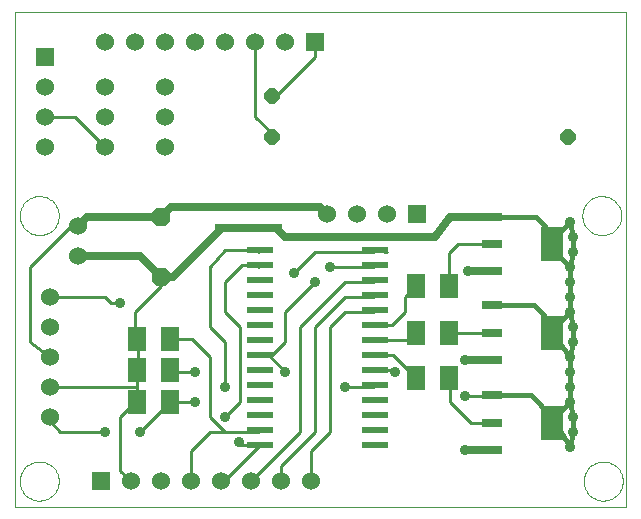
<source format=gtl>
G75*
G70*
%OFA0B0*%
%FSLAX24Y24*%
%IPPOS*%
%LPD*%
%AMOC8*
5,1,8,0,0,1.08239X$1,22.5*
%
%ADD10C,0.0000*%
%ADD11R,0.0866X0.0236*%
%ADD12R,0.0709X0.0315*%
%ADD13R,0.0728X0.1181*%
%ADD14R,0.0630X0.0787*%
%ADD15OC8,0.0630*%
%ADD16R,0.0472X0.0315*%
%ADD17C,0.0600*%
%ADD18R,0.0600X0.0600*%
%ADD19OC8,0.0515*%
%ADD20C,0.0250*%
%ADD21C,0.0100*%
%ADD22C,0.0150*%
%ADD23C,0.0360*%
D10*
X000433Y000383D02*
X000433Y016879D01*
X020803Y016879D01*
X020803Y000383D01*
X000433Y000383D01*
X000583Y001233D02*
X000585Y001283D01*
X000591Y001333D01*
X000601Y001383D01*
X000614Y001431D01*
X000631Y001479D01*
X000652Y001525D01*
X000676Y001569D01*
X000704Y001611D01*
X000735Y001651D01*
X000769Y001688D01*
X000806Y001723D01*
X000845Y001754D01*
X000886Y001783D01*
X000930Y001808D01*
X000976Y001830D01*
X001023Y001848D01*
X001071Y001862D01*
X001120Y001873D01*
X001170Y001880D01*
X001220Y001883D01*
X001271Y001882D01*
X001321Y001877D01*
X001371Y001868D01*
X001419Y001856D01*
X001467Y001839D01*
X001513Y001819D01*
X001558Y001796D01*
X001601Y001769D01*
X001641Y001739D01*
X001679Y001706D01*
X001714Y001670D01*
X001747Y001631D01*
X001776Y001590D01*
X001802Y001547D01*
X001825Y001502D01*
X001844Y001455D01*
X001859Y001407D01*
X001871Y001358D01*
X001879Y001308D01*
X001883Y001258D01*
X001883Y001208D01*
X001879Y001158D01*
X001871Y001108D01*
X001859Y001059D01*
X001844Y001011D01*
X001825Y000964D01*
X001802Y000919D01*
X001776Y000876D01*
X001747Y000835D01*
X001714Y000796D01*
X001679Y000760D01*
X001641Y000727D01*
X001601Y000697D01*
X001558Y000670D01*
X001513Y000647D01*
X001467Y000627D01*
X001419Y000610D01*
X001371Y000598D01*
X001321Y000589D01*
X001271Y000584D01*
X001220Y000583D01*
X001170Y000586D01*
X001120Y000593D01*
X001071Y000604D01*
X001023Y000618D01*
X000976Y000636D01*
X000930Y000658D01*
X000886Y000683D01*
X000845Y000712D01*
X000806Y000743D01*
X000769Y000778D01*
X000735Y000815D01*
X000704Y000855D01*
X000676Y000897D01*
X000652Y000941D01*
X000631Y000987D01*
X000614Y001035D01*
X000601Y001083D01*
X000591Y001133D01*
X000585Y001183D01*
X000583Y001233D01*
X000583Y010083D02*
X000585Y010133D01*
X000591Y010183D01*
X000601Y010233D01*
X000614Y010281D01*
X000631Y010329D01*
X000652Y010375D01*
X000676Y010419D01*
X000704Y010461D01*
X000735Y010501D01*
X000769Y010538D01*
X000806Y010573D01*
X000845Y010604D01*
X000886Y010633D01*
X000930Y010658D01*
X000976Y010680D01*
X001023Y010698D01*
X001071Y010712D01*
X001120Y010723D01*
X001170Y010730D01*
X001220Y010733D01*
X001271Y010732D01*
X001321Y010727D01*
X001371Y010718D01*
X001419Y010706D01*
X001467Y010689D01*
X001513Y010669D01*
X001558Y010646D01*
X001601Y010619D01*
X001641Y010589D01*
X001679Y010556D01*
X001714Y010520D01*
X001747Y010481D01*
X001776Y010440D01*
X001802Y010397D01*
X001825Y010352D01*
X001844Y010305D01*
X001859Y010257D01*
X001871Y010208D01*
X001879Y010158D01*
X001883Y010108D01*
X001883Y010058D01*
X001879Y010008D01*
X001871Y009958D01*
X001859Y009909D01*
X001844Y009861D01*
X001825Y009814D01*
X001802Y009769D01*
X001776Y009726D01*
X001747Y009685D01*
X001714Y009646D01*
X001679Y009610D01*
X001641Y009577D01*
X001601Y009547D01*
X001558Y009520D01*
X001513Y009497D01*
X001467Y009477D01*
X001419Y009460D01*
X001371Y009448D01*
X001321Y009439D01*
X001271Y009434D01*
X001220Y009433D01*
X001170Y009436D01*
X001120Y009443D01*
X001071Y009454D01*
X001023Y009468D01*
X000976Y009486D01*
X000930Y009508D01*
X000886Y009533D01*
X000845Y009562D01*
X000806Y009593D01*
X000769Y009628D01*
X000735Y009665D01*
X000704Y009705D01*
X000676Y009747D01*
X000652Y009791D01*
X000631Y009837D01*
X000614Y009885D01*
X000601Y009933D01*
X000591Y009983D01*
X000585Y010033D01*
X000583Y010083D01*
X019333Y010083D02*
X019335Y010133D01*
X019341Y010183D01*
X019351Y010233D01*
X019364Y010281D01*
X019381Y010329D01*
X019402Y010375D01*
X019426Y010419D01*
X019454Y010461D01*
X019485Y010501D01*
X019519Y010538D01*
X019556Y010573D01*
X019595Y010604D01*
X019636Y010633D01*
X019680Y010658D01*
X019726Y010680D01*
X019773Y010698D01*
X019821Y010712D01*
X019870Y010723D01*
X019920Y010730D01*
X019970Y010733D01*
X020021Y010732D01*
X020071Y010727D01*
X020121Y010718D01*
X020169Y010706D01*
X020217Y010689D01*
X020263Y010669D01*
X020308Y010646D01*
X020351Y010619D01*
X020391Y010589D01*
X020429Y010556D01*
X020464Y010520D01*
X020497Y010481D01*
X020526Y010440D01*
X020552Y010397D01*
X020575Y010352D01*
X020594Y010305D01*
X020609Y010257D01*
X020621Y010208D01*
X020629Y010158D01*
X020633Y010108D01*
X020633Y010058D01*
X020629Y010008D01*
X020621Y009958D01*
X020609Y009909D01*
X020594Y009861D01*
X020575Y009814D01*
X020552Y009769D01*
X020526Y009726D01*
X020497Y009685D01*
X020464Y009646D01*
X020429Y009610D01*
X020391Y009577D01*
X020351Y009547D01*
X020308Y009520D01*
X020263Y009497D01*
X020217Y009477D01*
X020169Y009460D01*
X020121Y009448D01*
X020071Y009439D01*
X020021Y009434D01*
X019970Y009433D01*
X019920Y009436D01*
X019870Y009443D01*
X019821Y009454D01*
X019773Y009468D01*
X019726Y009486D01*
X019680Y009508D01*
X019636Y009533D01*
X019595Y009562D01*
X019556Y009593D01*
X019519Y009628D01*
X019485Y009665D01*
X019454Y009705D01*
X019426Y009747D01*
X019402Y009791D01*
X019381Y009837D01*
X019364Y009885D01*
X019351Y009933D01*
X019341Y009983D01*
X019335Y010033D01*
X019333Y010083D01*
X019383Y001233D02*
X019385Y001283D01*
X019391Y001333D01*
X019401Y001383D01*
X019414Y001431D01*
X019431Y001479D01*
X019452Y001525D01*
X019476Y001569D01*
X019504Y001611D01*
X019535Y001651D01*
X019569Y001688D01*
X019606Y001723D01*
X019645Y001754D01*
X019686Y001783D01*
X019730Y001808D01*
X019776Y001830D01*
X019823Y001848D01*
X019871Y001862D01*
X019920Y001873D01*
X019970Y001880D01*
X020020Y001883D01*
X020071Y001882D01*
X020121Y001877D01*
X020171Y001868D01*
X020219Y001856D01*
X020267Y001839D01*
X020313Y001819D01*
X020358Y001796D01*
X020401Y001769D01*
X020441Y001739D01*
X020479Y001706D01*
X020514Y001670D01*
X020547Y001631D01*
X020576Y001590D01*
X020602Y001547D01*
X020625Y001502D01*
X020644Y001455D01*
X020659Y001407D01*
X020671Y001358D01*
X020679Y001308D01*
X020683Y001258D01*
X020683Y001208D01*
X020679Y001158D01*
X020671Y001108D01*
X020659Y001059D01*
X020644Y001011D01*
X020625Y000964D01*
X020602Y000919D01*
X020576Y000876D01*
X020547Y000835D01*
X020514Y000796D01*
X020479Y000760D01*
X020441Y000727D01*
X020401Y000697D01*
X020358Y000670D01*
X020313Y000647D01*
X020267Y000627D01*
X020219Y000610D01*
X020171Y000598D01*
X020121Y000589D01*
X020071Y000584D01*
X020020Y000583D01*
X019970Y000586D01*
X019920Y000593D01*
X019871Y000604D01*
X019823Y000618D01*
X019776Y000636D01*
X019730Y000658D01*
X019686Y000683D01*
X019645Y000712D01*
X019606Y000743D01*
X019569Y000778D01*
X019535Y000815D01*
X019504Y000855D01*
X019476Y000897D01*
X019452Y000941D01*
X019431Y000987D01*
X019414Y001035D01*
X019401Y001083D01*
X019391Y001133D01*
X019385Y001183D01*
X019383Y001233D01*
D11*
X012413Y002429D03*
X012413Y002941D03*
X012413Y003433D03*
X012413Y003945D03*
X012413Y004437D03*
X012413Y004929D03*
X012413Y005441D03*
X012413Y005933D03*
X012413Y006425D03*
X012413Y006937D03*
X012413Y007429D03*
X012413Y007921D03*
X012413Y008433D03*
X012413Y008925D03*
X008574Y008925D03*
X008574Y008433D03*
X008574Y007921D03*
X008574Y007429D03*
X008574Y006937D03*
X008574Y006425D03*
X008574Y005933D03*
X008574Y005441D03*
X008574Y004929D03*
X008574Y004437D03*
X008574Y003945D03*
X008574Y003433D03*
X008574Y002941D03*
X008574Y002429D03*
D12*
X016329Y002277D03*
X016333Y003183D03*
X016329Y004089D03*
X016329Y005277D03*
X016333Y006183D03*
X016329Y007089D03*
X016329Y008227D03*
X016333Y009133D03*
X016329Y010039D03*
D13*
X018333Y009133D03*
X018333Y006183D03*
X018333Y003183D03*
D14*
X014885Y004683D03*
X013782Y004683D03*
X013782Y006183D03*
X014885Y006183D03*
X014885Y007733D03*
X013782Y007733D03*
X005585Y005983D03*
X004482Y005983D03*
X004482Y004933D03*
X005585Y004933D03*
X005585Y003883D03*
X004482Y003883D03*
D15*
X005283Y008033D03*
X005283Y010033D03*
D16*
X007333Y009679D03*
X007333Y010387D03*
X008183Y010387D03*
X009083Y010387D03*
X009083Y009679D03*
X008183Y009679D03*
D17*
X010833Y010133D03*
X011833Y010133D03*
X012833Y010133D03*
X009433Y015883D03*
X008433Y015883D03*
X007433Y015883D03*
X006433Y015883D03*
X005433Y015883D03*
X004433Y015883D03*
X003433Y015883D03*
X003433Y014383D03*
X003433Y013383D03*
X003433Y012383D03*
X005433Y012383D03*
X005433Y013383D03*
X005433Y014383D03*
X001433Y014383D03*
X001433Y013383D03*
X001433Y012383D03*
X002533Y009733D03*
X002533Y008733D03*
X001583Y007383D03*
X001583Y006383D03*
X001583Y005383D03*
X001583Y004383D03*
X001583Y003383D03*
X004283Y001233D03*
X005283Y001233D03*
X006283Y001233D03*
X007283Y001233D03*
X008283Y001233D03*
X009283Y001233D03*
X010283Y001233D03*
D18*
X003283Y001233D03*
X013833Y010133D03*
X010433Y015883D03*
X001433Y015383D03*
D19*
X008992Y014072D03*
X008992Y012694D03*
X018855Y012714D03*
D20*
X016124Y010033D02*
X014933Y010033D01*
X014433Y009383D01*
X009433Y009383D01*
X009138Y009679D01*
X008913Y009663D02*
X008353Y009663D01*
X007953Y009663D02*
X007553Y009663D01*
X007333Y009679D02*
X005688Y008033D01*
X005283Y008033D01*
X004583Y008733D01*
X002533Y008733D01*
X002533Y009733D02*
X002833Y010033D01*
X005283Y010033D01*
X005638Y010387D01*
X007333Y010387D01*
X007553Y010383D02*
X007953Y010383D01*
X008353Y010383D02*
X008913Y010383D01*
X009083Y010387D02*
X010579Y010387D01*
X010833Y010133D01*
X015533Y008233D02*
X016274Y008233D01*
X016274Y005283D02*
X015433Y005283D01*
X015433Y002283D02*
X016274Y002283D01*
D21*
X016329Y002277D01*
X016333Y003183D02*
X015633Y003183D01*
X014933Y003883D01*
X014933Y004634D01*
X014885Y004683D01*
X015433Y004083D02*
X015833Y004083D01*
X016329Y004089D01*
X016329Y005277D02*
X016274Y005283D01*
X016333Y006183D02*
X014885Y006183D01*
X013782Y006183D02*
X013532Y005933D01*
X012413Y005933D01*
X012413Y005441D02*
X013024Y005441D01*
X013782Y004683D01*
X013083Y004883D02*
X012887Y004929D01*
X012413Y004929D01*
X012413Y004437D02*
X012359Y004383D01*
X011433Y004383D01*
X010933Y002883D02*
X010933Y006383D01*
X011433Y006883D01*
X012359Y006883D01*
X012413Y006937D01*
X012366Y007383D02*
X012413Y007429D01*
X012366Y007383D02*
X011433Y007383D01*
X010433Y006383D01*
X010433Y002883D01*
X009283Y001733D01*
X009283Y001233D01*
X008283Y001233D02*
X009933Y002883D01*
X009933Y006383D01*
X011433Y007883D01*
X012374Y007883D01*
X012413Y007921D01*
X012363Y008383D02*
X012413Y008433D01*
X012363Y008383D02*
X010933Y008383D01*
X010433Y007883D02*
X009433Y006883D01*
X009433Y005883D01*
X008991Y005441D01*
X008876Y005441D01*
X009433Y004883D01*
X008876Y005441D02*
X008574Y005441D01*
X007933Y006383D02*
X007433Y006883D01*
X007433Y007883D01*
X007983Y008433D01*
X008574Y008433D01*
X008524Y008383D01*
X008532Y008883D02*
X008574Y008925D01*
X007433Y008933D01*
X006933Y008383D01*
X006933Y006383D01*
X007433Y005883D01*
X007433Y004383D01*
X007933Y003883D02*
X007933Y006383D01*
X006933Y005383D02*
X006933Y003383D01*
X007433Y002883D01*
X008516Y002883D01*
X008574Y002941D01*
X008574Y002429D02*
X007979Y002429D01*
X007883Y002533D01*
X007433Y002883D02*
X006933Y002883D01*
X006283Y002233D01*
X006283Y001233D01*
X007283Y001233D02*
X007378Y001233D01*
X008574Y002429D01*
X007433Y003383D02*
X007933Y003883D01*
X006433Y003883D02*
X005585Y003883D01*
X004585Y002883D01*
X003933Y003383D02*
X003933Y001583D01*
X004283Y001233D01*
X003433Y002883D02*
X001933Y002883D01*
X001583Y003233D01*
X001583Y003383D01*
X001583Y004383D02*
X004482Y004383D01*
X004482Y004933D01*
X004513Y005263D01*
X004513Y005663D01*
X004482Y005983D01*
X004433Y006032D01*
X004433Y006883D01*
X005283Y007733D01*
X005283Y008033D01*
X003933Y007183D02*
X003633Y007183D01*
X003433Y007383D01*
X001583Y007383D01*
X000933Y008383D02*
X000933Y005883D01*
X001583Y005383D01*
X003933Y003383D02*
X004433Y003883D01*
X004482Y003883D01*
X004482Y004383D01*
X005585Y004933D02*
X005635Y004883D01*
X006433Y004883D01*
X006933Y005383D02*
X006333Y005983D01*
X005585Y005983D01*
X009733Y008183D02*
X010433Y008883D01*
X012370Y008883D01*
X012413Y008925D01*
X012833Y008863D01*
X013782Y007733D02*
X013433Y007384D01*
X013433Y006883D01*
X012976Y006425D01*
X012413Y006425D01*
X014885Y007733D02*
X014885Y008834D01*
X015183Y009133D01*
X016333Y009133D01*
X016274Y008233D02*
X016329Y008227D01*
X018333Y008983D02*
X018433Y008883D01*
X018333Y008983D02*
X018333Y009133D01*
X016329Y010039D02*
X016124Y010033D01*
X018433Y006383D02*
X018433Y006283D01*
X018333Y006183D01*
X010933Y002883D02*
X010283Y002233D01*
X010283Y001233D01*
X002283Y009733D02*
X000933Y008383D01*
X002283Y009733D02*
X002533Y009733D01*
X003433Y012383D02*
X002433Y013383D01*
X001433Y013383D01*
X007333Y010387D02*
X007553Y010383D01*
X007953Y010383D02*
X008183Y010387D01*
X008353Y010383D01*
X008913Y010383D02*
X009083Y010387D01*
X009083Y009679D02*
X008913Y009663D01*
X009083Y009679D02*
X009138Y009679D01*
X008353Y009663D02*
X008183Y009679D01*
X007953Y009663D01*
X007553Y009663D02*
X007333Y009679D01*
X008992Y012694D02*
X008992Y012824D01*
X008433Y013383D01*
X008433Y015883D01*
X009122Y014072D02*
X010433Y015383D01*
X010433Y015883D01*
X009122Y014072D02*
X008992Y014072D01*
D22*
X016329Y010039D02*
X017778Y010039D01*
X018433Y009383D01*
X018433Y008883D01*
X018933Y008383D01*
X018933Y006883D01*
X018433Y006383D01*
X017728Y007089D01*
X016329Y007089D01*
X018333Y006183D02*
X018933Y005383D01*
X018933Y003883D01*
X018433Y003383D01*
X018333Y003383D02*
X018933Y002383D01*
X019033Y002883D01*
X019033Y003383D01*
X018933Y003883D01*
X018333Y003383D02*
X017628Y004089D01*
X016329Y004089D01*
X018333Y003383D02*
X018333Y003183D01*
X018933Y005383D02*
X019033Y005883D01*
X019033Y006383D01*
X018933Y006883D01*
X018933Y008383D02*
X019033Y008883D01*
X019033Y009383D01*
X018933Y009883D01*
X018433Y009383D01*
D23*
X019033Y009383D03*
X019033Y008883D03*
X018933Y008383D03*
X018933Y007883D03*
X018933Y007383D03*
X018933Y006883D03*
X019033Y006383D03*
X019033Y005883D03*
X018933Y005383D03*
X018933Y004883D03*
X018933Y004383D03*
X018933Y003883D03*
X019033Y003383D03*
X019033Y002883D03*
X018933Y002383D03*
X015433Y002283D03*
X015433Y004083D03*
X015433Y005283D03*
X013083Y004883D03*
X011433Y004383D03*
X009433Y004883D03*
X007433Y004383D03*
X006433Y003883D03*
X007433Y003383D03*
X007883Y002533D03*
X006433Y004883D03*
X004585Y002883D03*
X003433Y002883D03*
X003933Y007183D03*
X009733Y008183D03*
X010433Y007883D03*
X010933Y008383D03*
X015533Y008233D03*
X018933Y009883D03*
M02*

</source>
